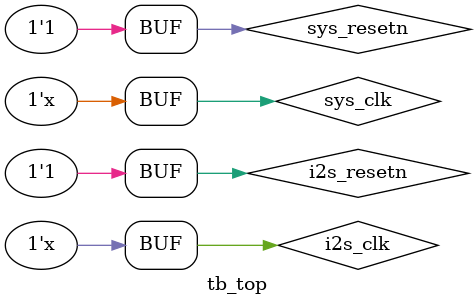
<source format=v>
`timescale 1ns / 1ps


module tb_top;

  // 1) clocks
  reg sys_clk = 0;
  always #5 sys_clk = ~sys_clk;   // 100 MHz

  reg i2s_clk = 0;
  always #50 i2s_clk = ~i2s_clk;  // 10 MHz example

  // 2) resets
  reg sys_resetn = 0;
  reg i2s_resetn = 0;

  initial begin
    sys_resetn = 0;
    i2s_resetn = 0;
    #200;
    sys_resetn = 1;
    i2s_resetn = 1;
  end

  // 3) instantiate the BD wrapper
  design_3_wrapper DUT (
    // you must match these port names to whatever Vivado generated
    .sys_clk    (sys_clk),
    .i2s_clk    (i2s_clk),
    .sys_resetn (sys_resetn),
    .i2s_resetn (i2s_resetn)
    // + any other top ports BD made
  );
  

endmodule
</source>
